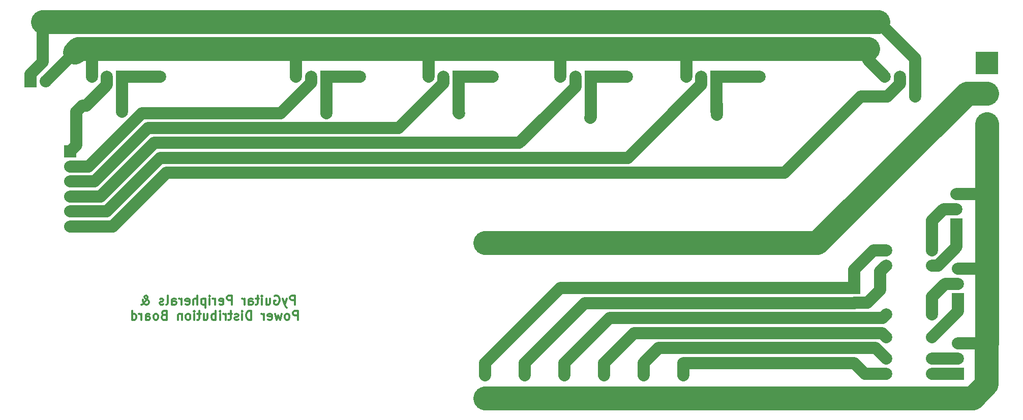
<source format=gbr>
G04 #@! TF.FileFunction,Copper,L2,Bot,Signal*
%FSLAX46Y46*%
G04 Gerber Fmt 4.6, Leading zero omitted, Abs format (unit mm)*
G04 Created by KiCad (PCBNEW no-vcs-found-undefined) date Tue Oct 25 18:02:23 2016*
%MOMM*%
%LPD*%
G01*
G04 APERTURE LIST*
%ADD10C,0.050000*%
%ADD11C,0.300000*%
%ADD12C,2.000000*%
%ADD13R,1.300000X1.300000*%
%ADD14C,1.300000*%
%ADD15R,2.000000X2.000000*%
%ADD16O,2.032000X2.032000*%
%ADD17R,2.032000X2.032000*%
%ADD18C,3.810000*%
%ADD19R,3.810000X3.810000*%
%ADD20C,2.000000*%
%ADD21C,4.000000*%
%ADD22C,1.000000*%
G04 APERTURE END LIST*
D10*
D11*
X114921428Y-123863571D02*
X114921428Y-122363571D01*
X114350000Y-122363571D01*
X114207142Y-122435000D01*
X114135714Y-122506428D01*
X114064285Y-122649285D01*
X114064285Y-122863571D01*
X114135714Y-123006428D01*
X114207142Y-123077857D01*
X114350000Y-123149285D01*
X114921428Y-123149285D01*
X113564285Y-122863571D02*
X113207142Y-123863571D01*
X112850000Y-122863571D02*
X113207142Y-123863571D01*
X113350000Y-124220714D01*
X113421428Y-124292142D01*
X113564285Y-124363571D01*
X111492857Y-122435000D02*
X111635714Y-122363571D01*
X111850000Y-122363571D01*
X112064285Y-122435000D01*
X112207142Y-122577857D01*
X112278571Y-122720714D01*
X112350000Y-123006428D01*
X112350000Y-123220714D01*
X112278571Y-123506428D01*
X112207142Y-123649285D01*
X112064285Y-123792142D01*
X111850000Y-123863571D01*
X111707142Y-123863571D01*
X111492857Y-123792142D01*
X111421428Y-123720714D01*
X111421428Y-123220714D01*
X111707142Y-123220714D01*
X110135714Y-122863571D02*
X110135714Y-123863571D01*
X110778571Y-122863571D02*
X110778571Y-123649285D01*
X110707142Y-123792142D01*
X110564285Y-123863571D01*
X110350000Y-123863571D01*
X110207142Y-123792142D01*
X110135714Y-123720714D01*
X109421428Y-123863571D02*
X109421428Y-122863571D01*
X109421428Y-122363571D02*
X109492857Y-122435000D01*
X109421428Y-122506428D01*
X109350000Y-122435000D01*
X109421428Y-122363571D01*
X109421428Y-122506428D01*
X108921428Y-122863571D02*
X108350000Y-122863571D01*
X108707142Y-122363571D02*
X108707142Y-123649285D01*
X108635714Y-123792142D01*
X108492857Y-123863571D01*
X108350000Y-123863571D01*
X107207142Y-123863571D02*
X107207142Y-123077857D01*
X107278571Y-122935000D01*
X107421428Y-122863571D01*
X107707142Y-122863571D01*
X107850000Y-122935000D01*
X107207142Y-123792142D02*
X107350000Y-123863571D01*
X107707142Y-123863571D01*
X107850000Y-123792142D01*
X107921428Y-123649285D01*
X107921428Y-123506428D01*
X107850000Y-123363571D01*
X107707142Y-123292142D01*
X107350000Y-123292142D01*
X107207142Y-123220714D01*
X106492857Y-123863571D02*
X106492857Y-122863571D01*
X106492857Y-123149285D02*
X106421428Y-123006428D01*
X106350000Y-122935000D01*
X106207142Y-122863571D01*
X106064285Y-122863571D01*
X104421428Y-123863571D02*
X104421428Y-122363571D01*
X103850000Y-122363571D01*
X103707142Y-122435000D01*
X103635714Y-122506428D01*
X103564285Y-122649285D01*
X103564285Y-122863571D01*
X103635714Y-123006428D01*
X103707142Y-123077857D01*
X103850000Y-123149285D01*
X104421428Y-123149285D01*
X102350000Y-123792142D02*
X102492857Y-123863571D01*
X102778571Y-123863571D01*
X102921428Y-123792142D01*
X102992857Y-123649285D01*
X102992857Y-123077857D01*
X102921428Y-122935000D01*
X102778571Y-122863571D01*
X102492857Y-122863571D01*
X102350000Y-122935000D01*
X102278571Y-123077857D01*
X102278571Y-123220714D01*
X102992857Y-123363571D01*
X101635714Y-123863571D02*
X101635714Y-122863571D01*
X101635714Y-123149285D02*
X101564285Y-123006428D01*
X101492857Y-122935000D01*
X101350000Y-122863571D01*
X101207142Y-122863571D01*
X100707142Y-123863571D02*
X100707142Y-122863571D01*
X100707142Y-122363571D02*
X100778571Y-122435000D01*
X100707142Y-122506428D01*
X100635714Y-122435000D01*
X100707142Y-122363571D01*
X100707142Y-122506428D01*
X99992857Y-122863571D02*
X99992857Y-124363571D01*
X99992857Y-122935000D02*
X99850000Y-122863571D01*
X99564285Y-122863571D01*
X99421428Y-122935000D01*
X99350000Y-123006428D01*
X99278571Y-123149285D01*
X99278571Y-123577857D01*
X99350000Y-123720714D01*
X99421428Y-123792142D01*
X99564285Y-123863571D01*
X99850000Y-123863571D01*
X99992857Y-123792142D01*
X98635714Y-123863571D02*
X98635714Y-122363571D01*
X97992857Y-123863571D02*
X97992857Y-123077857D01*
X98064285Y-122935000D01*
X98207142Y-122863571D01*
X98421428Y-122863571D01*
X98564285Y-122935000D01*
X98635714Y-123006428D01*
X96707142Y-123792142D02*
X96850000Y-123863571D01*
X97135714Y-123863571D01*
X97278571Y-123792142D01*
X97350000Y-123649285D01*
X97350000Y-123077857D01*
X97278571Y-122935000D01*
X97135714Y-122863571D01*
X96850000Y-122863571D01*
X96707142Y-122935000D01*
X96635714Y-123077857D01*
X96635714Y-123220714D01*
X97350000Y-123363571D01*
X95992857Y-123863571D02*
X95992857Y-122863571D01*
X95992857Y-123149285D02*
X95921428Y-123006428D01*
X95850000Y-122935000D01*
X95707142Y-122863571D01*
X95564285Y-122863571D01*
X94421428Y-123863571D02*
X94421428Y-123077857D01*
X94492857Y-122935000D01*
X94635714Y-122863571D01*
X94921428Y-122863571D01*
X95064285Y-122935000D01*
X94421428Y-123792142D02*
X94564285Y-123863571D01*
X94921428Y-123863571D01*
X95064285Y-123792142D01*
X95135714Y-123649285D01*
X95135714Y-123506428D01*
X95064285Y-123363571D01*
X94921428Y-123292142D01*
X94564285Y-123292142D01*
X94421428Y-123220714D01*
X93492857Y-123863571D02*
X93635714Y-123792142D01*
X93707142Y-123649285D01*
X93707142Y-122363571D01*
X92992857Y-123792142D02*
X92850000Y-123863571D01*
X92564285Y-123863571D01*
X92421428Y-123792142D01*
X92350000Y-123649285D01*
X92350000Y-123577857D01*
X92421428Y-123435000D01*
X92564285Y-123363571D01*
X92778571Y-123363571D01*
X92921428Y-123292142D01*
X92992857Y-123149285D01*
X92992857Y-123077857D01*
X92921428Y-122935000D01*
X92778571Y-122863571D01*
X92564285Y-122863571D01*
X92421428Y-122935000D01*
X89350000Y-123863571D02*
X89421428Y-123863571D01*
X89564285Y-123792142D01*
X89778571Y-123577857D01*
X90135714Y-123149285D01*
X90278571Y-122935000D01*
X90350000Y-122720714D01*
X90350000Y-122577857D01*
X90278571Y-122435000D01*
X90135714Y-122363571D01*
X90064285Y-122363571D01*
X89921428Y-122435000D01*
X89850000Y-122577857D01*
X89850000Y-122649285D01*
X89921428Y-122792142D01*
X89992857Y-122863571D01*
X90421428Y-123149285D01*
X90492857Y-123220714D01*
X90564285Y-123363571D01*
X90564285Y-123577857D01*
X90492857Y-123720714D01*
X90421428Y-123792142D01*
X90278571Y-123863571D01*
X90064285Y-123863571D01*
X89921428Y-123792142D01*
X89850000Y-123720714D01*
X89635714Y-123435000D01*
X89564285Y-123220714D01*
X89564285Y-123077857D01*
X115421428Y-126413571D02*
X115421428Y-124913571D01*
X114850000Y-124913571D01*
X114707142Y-124985000D01*
X114635714Y-125056428D01*
X114564285Y-125199285D01*
X114564285Y-125413571D01*
X114635714Y-125556428D01*
X114707142Y-125627857D01*
X114850000Y-125699285D01*
X115421428Y-125699285D01*
X113707142Y-126413571D02*
X113850000Y-126342142D01*
X113921428Y-126270714D01*
X113992857Y-126127857D01*
X113992857Y-125699285D01*
X113921428Y-125556428D01*
X113850000Y-125485000D01*
X113707142Y-125413571D01*
X113492857Y-125413571D01*
X113350000Y-125485000D01*
X113278571Y-125556428D01*
X113207142Y-125699285D01*
X113207142Y-126127857D01*
X113278571Y-126270714D01*
X113350000Y-126342142D01*
X113492857Y-126413571D01*
X113707142Y-126413571D01*
X112707142Y-125413571D02*
X112421428Y-126413571D01*
X112135714Y-125699285D01*
X111850000Y-126413571D01*
X111564285Y-125413571D01*
X110421428Y-126342142D02*
X110564285Y-126413571D01*
X110850000Y-126413571D01*
X110992857Y-126342142D01*
X111064285Y-126199285D01*
X111064285Y-125627857D01*
X110992857Y-125485000D01*
X110850000Y-125413571D01*
X110564285Y-125413571D01*
X110421428Y-125485000D01*
X110350000Y-125627857D01*
X110350000Y-125770714D01*
X111064285Y-125913571D01*
X109707142Y-126413571D02*
X109707142Y-125413571D01*
X109707142Y-125699285D02*
X109635714Y-125556428D01*
X109564285Y-125485000D01*
X109421428Y-125413571D01*
X109278571Y-125413571D01*
X107635714Y-126413571D02*
X107635714Y-124913571D01*
X107278571Y-124913571D01*
X107064285Y-124985000D01*
X106921428Y-125127857D01*
X106850000Y-125270714D01*
X106778571Y-125556428D01*
X106778571Y-125770714D01*
X106850000Y-126056428D01*
X106921428Y-126199285D01*
X107064285Y-126342142D01*
X107278571Y-126413571D01*
X107635714Y-126413571D01*
X106135714Y-126413571D02*
X106135714Y-125413571D01*
X106135714Y-124913571D02*
X106207142Y-124985000D01*
X106135714Y-125056428D01*
X106064285Y-124985000D01*
X106135714Y-124913571D01*
X106135714Y-125056428D01*
X105492857Y-126342142D02*
X105350000Y-126413571D01*
X105064285Y-126413571D01*
X104921428Y-126342142D01*
X104850000Y-126199285D01*
X104850000Y-126127857D01*
X104921428Y-125985000D01*
X105064285Y-125913571D01*
X105278571Y-125913571D01*
X105421428Y-125842142D01*
X105492857Y-125699285D01*
X105492857Y-125627857D01*
X105421428Y-125485000D01*
X105278571Y-125413571D01*
X105064285Y-125413571D01*
X104921428Y-125485000D01*
X104421428Y-125413571D02*
X103850000Y-125413571D01*
X104207142Y-124913571D02*
X104207142Y-126199285D01*
X104135714Y-126342142D01*
X103992857Y-126413571D01*
X103850000Y-126413571D01*
X103350000Y-126413571D02*
X103350000Y-125413571D01*
X103350000Y-125699285D02*
X103278571Y-125556428D01*
X103207142Y-125485000D01*
X103064285Y-125413571D01*
X102921428Y-125413571D01*
X102421428Y-126413571D02*
X102421428Y-125413571D01*
X102421428Y-124913571D02*
X102492857Y-124985000D01*
X102421428Y-125056428D01*
X102350000Y-124985000D01*
X102421428Y-124913571D01*
X102421428Y-125056428D01*
X101707142Y-126413571D02*
X101707142Y-124913571D01*
X101707142Y-125485000D02*
X101564285Y-125413571D01*
X101278571Y-125413571D01*
X101135714Y-125485000D01*
X101064285Y-125556428D01*
X100992857Y-125699285D01*
X100992857Y-126127857D01*
X101064285Y-126270714D01*
X101135714Y-126342142D01*
X101278571Y-126413571D01*
X101564285Y-126413571D01*
X101707142Y-126342142D01*
X99707142Y-125413571D02*
X99707142Y-126413571D01*
X100350000Y-125413571D02*
X100350000Y-126199285D01*
X100278571Y-126342142D01*
X100135714Y-126413571D01*
X99921428Y-126413571D01*
X99778571Y-126342142D01*
X99707142Y-126270714D01*
X99207142Y-125413571D02*
X98635714Y-125413571D01*
X98992857Y-124913571D02*
X98992857Y-126199285D01*
X98921428Y-126342142D01*
X98778571Y-126413571D01*
X98635714Y-126413571D01*
X98135714Y-126413571D02*
X98135714Y-125413571D01*
X98135714Y-124913571D02*
X98207142Y-124985000D01*
X98135714Y-125056428D01*
X98064285Y-124985000D01*
X98135714Y-124913571D01*
X98135714Y-125056428D01*
X97207142Y-126413571D02*
X97350000Y-126342142D01*
X97421428Y-126270714D01*
X97492857Y-126127857D01*
X97492857Y-125699285D01*
X97421428Y-125556428D01*
X97350000Y-125485000D01*
X97207142Y-125413571D01*
X96992857Y-125413571D01*
X96850000Y-125485000D01*
X96778571Y-125556428D01*
X96707142Y-125699285D01*
X96707142Y-126127857D01*
X96778571Y-126270714D01*
X96850000Y-126342142D01*
X96992857Y-126413571D01*
X97207142Y-126413571D01*
X96064285Y-125413571D02*
X96064285Y-126413571D01*
X96064285Y-125556428D02*
X95992857Y-125485000D01*
X95850000Y-125413571D01*
X95635714Y-125413571D01*
X95492857Y-125485000D01*
X95421428Y-125627857D01*
X95421428Y-126413571D01*
X93064285Y-125627857D02*
X92850000Y-125699285D01*
X92778571Y-125770714D01*
X92707142Y-125913571D01*
X92707142Y-126127857D01*
X92778571Y-126270714D01*
X92850000Y-126342142D01*
X92992857Y-126413571D01*
X93564285Y-126413571D01*
X93564285Y-124913571D01*
X93064285Y-124913571D01*
X92921428Y-124985000D01*
X92850000Y-125056428D01*
X92778571Y-125199285D01*
X92778571Y-125342142D01*
X92850000Y-125485000D01*
X92921428Y-125556428D01*
X93064285Y-125627857D01*
X93564285Y-125627857D01*
X91850000Y-126413571D02*
X91992857Y-126342142D01*
X92064285Y-126270714D01*
X92135714Y-126127857D01*
X92135714Y-125699285D01*
X92064285Y-125556428D01*
X91992857Y-125485000D01*
X91850000Y-125413571D01*
X91635714Y-125413571D01*
X91492857Y-125485000D01*
X91421428Y-125556428D01*
X91350000Y-125699285D01*
X91350000Y-126127857D01*
X91421428Y-126270714D01*
X91492857Y-126342142D01*
X91635714Y-126413571D01*
X91850000Y-126413571D01*
X90064285Y-126413571D02*
X90064285Y-125627857D01*
X90135714Y-125485000D01*
X90278571Y-125413571D01*
X90564285Y-125413571D01*
X90707142Y-125485000D01*
X90064285Y-126342142D02*
X90207142Y-126413571D01*
X90564285Y-126413571D01*
X90707142Y-126342142D01*
X90778571Y-126199285D01*
X90778571Y-126056428D01*
X90707142Y-125913571D01*
X90564285Y-125842142D01*
X90207142Y-125842142D01*
X90064285Y-125770714D01*
X89350000Y-126413571D02*
X89350000Y-125413571D01*
X89350000Y-125699285D02*
X89278571Y-125556428D01*
X89207142Y-125485000D01*
X89064285Y-125413571D01*
X88921428Y-125413571D01*
X87778571Y-126413571D02*
X87778571Y-124913571D01*
X87778571Y-126342142D02*
X87921428Y-126413571D01*
X88207142Y-126413571D01*
X88350000Y-126342142D01*
X88421428Y-126270714D01*
X88492857Y-126127857D01*
X88492857Y-125699285D01*
X88421428Y-125556428D01*
X88350000Y-125485000D01*
X88207142Y-125413571D01*
X87921428Y-125413571D01*
X87778571Y-125485000D01*
D12*
X166370000Y-113604000D03*
X166370000Y-133604000D03*
D13*
X172974000Y-135641000D03*
D14*
X172974000Y-139446000D03*
D13*
X179578000Y-135636000D03*
D14*
X179578000Y-139441000D03*
X159766000Y-139446000D03*
D13*
X159766000Y-135641000D03*
D12*
X177546000Y-92202000D03*
X185166000Y-92202000D03*
D15*
X86128000Y-85852000D03*
D12*
X83588000Y-85852000D03*
X81088000Y-85852000D03*
X120142000Y-91948000D03*
X112522000Y-91948000D03*
D15*
X142168000Y-85852000D03*
D12*
X139628000Y-85852000D03*
X137128000Y-85852000D03*
D15*
X120128000Y-85852000D03*
D12*
X117588000Y-85852000D03*
X115088000Y-85852000D03*
X134620000Y-91948000D03*
X142240000Y-91948000D03*
D16*
X73406000Y-86614000D03*
D17*
X70866000Y-86614000D03*
D12*
X78486000Y-91694000D03*
X86106000Y-91694000D03*
X164084000Y-92710000D03*
X156464000Y-92710000D03*
D15*
X164168000Y-85852000D03*
D12*
X161628000Y-85852000D03*
X159128000Y-85852000D03*
X180088000Y-85852000D03*
X182588000Y-85852000D03*
D15*
X185128000Y-85852000D03*
D12*
X225298000Y-117896000D03*
X225298000Y-120396000D03*
D15*
X225298000Y-122936000D03*
D12*
X225298000Y-130342000D03*
X225298000Y-132842000D03*
D15*
X225298000Y-135382000D03*
D12*
X208026000Y-133604000D03*
X208026000Y-131104000D03*
X208026000Y-128604000D03*
X208026000Y-126104000D03*
X208026000Y-123604000D03*
D15*
X208026000Y-121067500D03*
X77470000Y-98298000D03*
D12*
X77470000Y-100834500D03*
X77470000Y-103334500D03*
X77470000Y-105834500D03*
X77470000Y-108334500D03*
X77470000Y-110834500D03*
D15*
X225044000Y-110490000D03*
D12*
X225044000Y-107950000D03*
X225044000Y-105450000D03*
D15*
X218168000Y-85852000D03*
D12*
X215628000Y-85852000D03*
X213128000Y-85852000D03*
D18*
X230124000Y-98806000D03*
D19*
X230124000Y-83566000D03*
D18*
X230124000Y-93726000D03*
X230124000Y-88646000D03*
D12*
X213360000Y-135382000D03*
X220980000Y-135382000D03*
X179578000Y-133604000D03*
X179578000Y-113604000D03*
X220980000Y-132842000D03*
X213360000Y-132842000D03*
X172974000Y-133604000D03*
X172974000Y-113604000D03*
X213360000Y-129286000D03*
X220980000Y-129286000D03*
X220980000Y-125476000D03*
X213360000Y-125476000D03*
X159766000Y-113604000D03*
X159766000Y-133604000D03*
X213360000Y-117348000D03*
X220980000Y-117348000D03*
X153162000Y-133604000D03*
X153162000Y-113604000D03*
X218186000Y-89154000D03*
X210566000Y-89154000D03*
X220980000Y-114808000D03*
X213360000Y-114808000D03*
X146558000Y-113604000D03*
X146558000Y-133604000D03*
D14*
X166370000Y-139446000D03*
D13*
X166370000Y-135641000D03*
D14*
X153162000Y-139446000D03*
D13*
X153162000Y-135641000D03*
X146558000Y-135641000D03*
D14*
X146558000Y-139446000D03*
D12*
X192278000Y-76708000D03*
X192278000Y-85852000D03*
X170180000Y-76708000D03*
X170180000Y-85852000D03*
X147828000Y-76708000D03*
X147828000Y-85852000D03*
X125730000Y-76708000D03*
X125730000Y-85852000D03*
X92456000Y-85852000D03*
X92456000Y-76708000D03*
D20*
X208026000Y-133604000D02*
X179578000Y-133604000D01*
X179578000Y-133604000D02*
X179578000Y-135636000D01*
X213360000Y-135382000D02*
X209804000Y-135382000D01*
X209804000Y-135382000D02*
X208026000Y-133604000D01*
X179623000Y-139441000D02*
X179618000Y-139446000D01*
D21*
X179618000Y-139446000D02*
X227734002Y-139446000D01*
X227734002Y-139446000D02*
X230084000Y-137096002D01*
X172974000Y-139446000D02*
X179618000Y-139446000D01*
X166370000Y-139446000D02*
X172974000Y-139446000D01*
X159766000Y-139446000D02*
X166370000Y-139446000D01*
X153162000Y-139446000D02*
X159766000Y-139446000D01*
X146558000Y-139446000D02*
X153162000Y-139446000D01*
X230124000Y-105664000D02*
X230124000Y-115570000D01*
D20*
X229910000Y-105450000D02*
X225044000Y-105450000D01*
D21*
X230124000Y-103124000D02*
X230124000Y-105664000D01*
D20*
X230124000Y-105664000D02*
X229910000Y-105450000D01*
D21*
X230124000Y-93726000D02*
X230124000Y-98806000D01*
X230124000Y-98806000D02*
X230124000Y-101600000D01*
X230084000Y-130342000D02*
X230084000Y-137096002D01*
X230124000Y-128016000D02*
X230124000Y-130302000D01*
D20*
X225298000Y-130342000D02*
X230084000Y-130342000D01*
D22*
X230084000Y-130342000D02*
X230124000Y-130302000D01*
D21*
X230124000Y-115570000D02*
X230124000Y-117856000D01*
X230124000Y-117856000D02*
X230124000Y-128016000D01*
D20*
X225298000Y-117896000D02*
X230084000Y-117896000D01*
D22*
X230084000Y-117896000D02*
X230124000Y-117856000D01*
D21*
X230124000Y-101600000D02*
X230124000Y-103124000D01*
D20*
X208026000Y-131104000D02*
X175474000Y-131104000D01*
X175474000Y-131104000D02*
X172974000Y-133604000D01*
X172974000Y-133604000D02*
X172974000Y-135641000D01*
X213360000Y-132842000D02*
X211622000Y-131104000D01*
X211622000Y-131104000D02*
X208026000Y-131104000D01*
X208026000Y-128604000D02*
X171370000Y-128604000D01*
X171370000Y-128604000D02*
X166370000Y-133604000D01*
X166370000Y-133604000D02*
X166370000Y-135641000D01*
X213360000Y-129286000D02*
X212678000Y-128604000D01*
X212678000Y-128604000D02*
X208026000Y-128604000D01*
X208026000Y-126104000D02*
X207892000Y-126104000D01*
X207892000Y-126104000D02*
X207882008Y-126094008D01*
X207882008Y-126094008D02*
X167275992Y-126094008D01*
X167275992Y-126094008D02*
X160765999Y-132604001D01*
X160765999Y-132604001D02*
X159766000Y-133604000D01*
X159766000Y-133604000D02*
X159766000Y-135641000D01*
X213360000Y-125476000D02*
X212732000Y-126104000D01*
X212732000Y-126104000D02*
X208026000Y-126104000D01*
X208026000Y-123604000D02*
X163162000Y-123604000D01*
X163162000Y-123604000D02*
X153162000Y-133604000D01*
X153162000Y-133604000D02*
X153162000Y-135641000D01*
X213360000Y-117348000D02*
X212360001Y-118347999D01*
X210218001Y-123557501D02*
X208072499Y-123557501D01*
X212360001Y-118347999D02*
X212360001Y-121415501D01*
X212360001Y-121415501D02*
X210218001Y-123557501D01*
X208072499Y-123557501D02*
X208026000Y-123604000D01*
X208026000Y-121067500D02*
X159094500Y-121067500D01*
X159094500Y-121067500D02*
X146558000Y-133604000D01*
X146558000Y-133604000D02*
X146558000Y-135641000D01*
X213360000Y-114808000D02*
X211285500Y-114808000D01*
X211285500Y-114808000D02*
X208026000Y-118067500D01*
X208026000Y-118067500D02*
X208026000Y-121067500D01*
D21*
X212024000Y-76708000D02*
X192278000Y-76708000D01*
X192278000Y-76708000D02*
X170180000Y-76708000D01*
D20*
X188128000Y-85852000D02*
X192278000Y-85852000D01*
X185128000Y-85852000D02*
X188128000Y-85852000D01*
D21*
X170180000Y-76708000D02*
X147828000Y-76708000D01*
D20*
X167168000Y-85852000D02*
X170180000Y-85852000D01*
X164168000Y-85852000D02*
X167168000Y-85852000D01*
D21*
X147828000Y-76708000D02*
X125730000Y-76708000D01*
D20*
X142168000Y-85852000D02*
X147828000Y-85852000D01*
D21*
X125730000Y-76708000D02*
X92456000Y-76708000D01*
D20*
X120128000Y-85852000D02*
X125730000Y-85852000D01*
X86128000Y-85852000D02*
X92456000Y-85852000D01*
X70866000Y-86614000D02*
X70866000Y-85445118D01*
X70866000Y-85445118D02*
X72898000Y-83413118D01*
X72898000Y-83413118D02*
X72898000Y-76708000D01*
D21*
X92456000Y-76708000D02*
X72898000Y-76708000D01*
D20*
X218168000Y-85852000D02*
X218168000Y-82852000D01*
X218168000Y-82852000D02*
X212024000Y-76708000D01*
X164168000Y-85852000D02*
X164168000Y-92626000D01*
X164168000Y-92626000D02*
X164084000Y-92710000D01*
X185128000Y-85852000D02*
X185128000Y-90424000D01*
X185128000Y-90424000D02*
X185128000Y-91656000D01*
X185166000Y-92202000D02*
X185166000Y-90462000D01*
X185166000Y-90462000D02*
X185128000Y-90424000D01*
X218168000Y-85852000D02*
X218168000Y-89136000D01*
X218168000Y-89136000D02*
X218186000Y-89154000D01*
X185128000Y-91656000D02*
X185166000Y-91694000D01*
X142168000Y-85852000D02*
X142168000Y-91876000D01*
X142168000Y-91876000D02*
X142240000Y-91948000D01*
X120128000Y-85852000D02*
X120128000Y-91934000D01*
X120128000Y-91934000D02*
X120142000Y-91948000D01*
X86128000Y-85852000D02*
X86128000Y-91672000D01*
X86128000Y-91672000D02*
X86106000Y-91694000D01*
X83588000Y-87266213D02*
X80160212Y-90694001D01*
X80160212Y-90694001D02*
X79485999Y-90694001D01*
X79485999Y-90694001D02*
X78486000Y-91694000D01*
X78486000Y-91694000D02*
X78486000Y-97282000D01*
X78486000Y-97282000D02*
X77470000Y-98298000D01*
X83588000Y-85852000D02*
X83588000Y-87266213D01*
D21*
X81026000Y-81198010D02*
X90596177Y-81198010D01*
X78821990Y-81198010D02*
X81026000Y-81198010D01*
D20*
X81026000Y-81198010D02*
X81088000Y-81260010D01*
X81088000Y-81260010D02*
X81088000Y-85852000D01*
D21*
X115062000Y-81198010D02*
X137160000Y-81198010D01*
X90596177Y-81198010D02*
X115062000Y-81198010D01*
D20*
X115062000Y-81198010D02*
X115088000Y-81224010D01*
X115088000Y-81224010D02*
X115088000Y-85852000D01*
D21*
X137160000Y-81198010D02*
X159004000Y-81198010D01*
D20*
X137160000Y-81198010D02*
X137128000Y-81230010D01*
X137128000Y-81230010D02*
X137128000Y-85852000D01*
D21*
X159004000Y-81198010D02*
X180086000Y-81198010D01*
D20*
X159004000Y-81198010D02*
X159128000Y-81322010D01*
X159128000Y-81322010D02*
X159128000Y-85852000D01*
D21*
X180086000Y-81198010D02*
X210312000Y-81198010D01*
D20*
X180088000Y-85852000D02*
X180088000Y-84437787D01*
X180088000Y-84437787D02*
X180086000Y-84435787D01*
X180086000Y-84435787D02*
X180086000Y-81198010D01*
X210312000Y-81198010D02*
X210312000Y-83036000D01*
X210312000Y-83036000D02*
X213128000Y-85852000D01*
D21*
X78232000Y-81788000D02*
X78821990Y-81198010D01*
D20*
X73406000Y-86614000D02*
X78232000Y-81788000D01*
X225298000Y-132842000D02*
X220980000Y-132842000D01*
X225298000Y-135382000D02*
X220980000Y-135382000D01*
X112522000Y-91948000D02*
X89373405Y-91948000D01*
X89373405Y-91948000D02*
X80486905Y-100834500D01*
X80486905Y-100834500D02*
X78884213Y-100834500D01*
X78884213Y-100834500D02*
X77470000Y-100834500D01*
X117588000Y-85852000D02*
X117588000Y-86882000D01*
X117588000Y-86882000D02*
X112522000Y-91948000D01*
X77470000Y-103334500D02*
X81508309Y-103334500D01*
X81508309Y-103334500D02*
X90404799Y-94438010D01*
X90404799Y-94438010D02*
X132129990Y-94438010D01*
X132129990Y-94438010D02*
X134620000Y-91948000D01*
X139628000Y-85852000D02*
X139628000Y-86940000D01*
X139628000Y-86940000D02*
X134620000Y-91948000D01*
X156464000Y-92710000D02*
X152245980Y-96928020D01*
X152245980Y-96928020D02*
X91436193Y-96928020D01*
X91436193Y-96928020D02*
X82529713Y-105834500D01*
X82529713Y-105834500D02*
X77470000Y-105834500D01*
X161628000Y-85852000D02*
X161628000Y-87546000D01*
X161628000Y-87546000D02*
X156464000Y-92710000D01*
X177546000Y-92202000D02*
X170329970Y-99418030D01*
X170329970Y-99418030D02*
X92467587Y-99418030D01*
X92467587Y-99418030D02*
X83551117Y-108334500D01*
X83551117Y-108334500D02*
X77470000Y-108334500D01*
X182588000Y-87266213D02*
X182481787Y-87266213D01*
X182481787Y-87266213D02*
X177546000Y-92202000D01*
X182588000Y-85852000D02*
X182588000Y-87266213D01*
X210566000Y-89154000D02*
X209151787Y-89154000D01*
X209151787Y-89154000D02*
X196397747Y-101908040D01*
X78884213Y-110834500D02*
X77470000Y-110834500D01*
X196397747Y-101908040D02*
X93498981Y-101908040D01*
X93498981Y-101908040D02*
X84572521Y-110834500D01*
X84572521Y-110834500D02*
X78884213Y-110834500D01*
X215628000Y-85852000D02*
X215628000Y-87037202D01*
X215628000Y-87037202D02*
X213511202Y-89154000D01*
X213511202Y-89154000D02*
X211980213Y-89154000D01*
X211980213Y-89154000D02*
X210566000Y-89154000D01*
X220980000Y-125476000D02*
X220980000Y-122571998D01*
X225298000Y-120396000D02*
X223155998Y-120396000D01*
X223155998Y-120396000D02*
X220980000Y-122571998D01*
X220980000Y-122571998D02*
X220980000Y-123299787D01*
X225298000Y-122936000D02*
X225298000Y-124968000D01*
X225298000Y-124968000D02*
X220980000Y-129286000D01*
X220980000Y-117348000D02*
X221961405Y-117348000D01*
X221961405Y-117348000D02*
X225044000Y-114265405D01*
X225044000Y-114265405D02*
X225044000Y-113490000D01*
X225044000Y-113490000D02*
X225044000Y-110490000D01*
X225044000Y-107950000D02*
X222901998Y-107950000D01*
X222901998Y-107950000D02*
X220980000Y-109871998D01*
X220980000Y-109871998D02*
X220980000Y-113393787D01*
X220980000Y-113393787D02*
X220980000Y-114808000D01*
D21*
X179578000Y-113604000D02*
X172974000Y-113604000D01*
X230124000Y-88646000D02*
X226822000Y-88646000D01*
X226822000Y-88646000D02*
X201864000Y-113604000D01*
X201864000Y-113604000D02*
X147972213Y-113604000D01*
X147972213Y-113604000D02*
X146558000Y-113604000D01*
X166370000Y-113604000D02*
X172974000Y-113604000D01*
X146558000Y-113604000D02*
X153162000Y-113604000D01*
X166370000Y-113604000D02*
X153162000Y-113604000D01*
X159766000Y-113604000D02*
X153162000Y-113604000D01*
X159766000Y-113604000D02*
X166370000Y-113604000D01*
M02*

</source>
